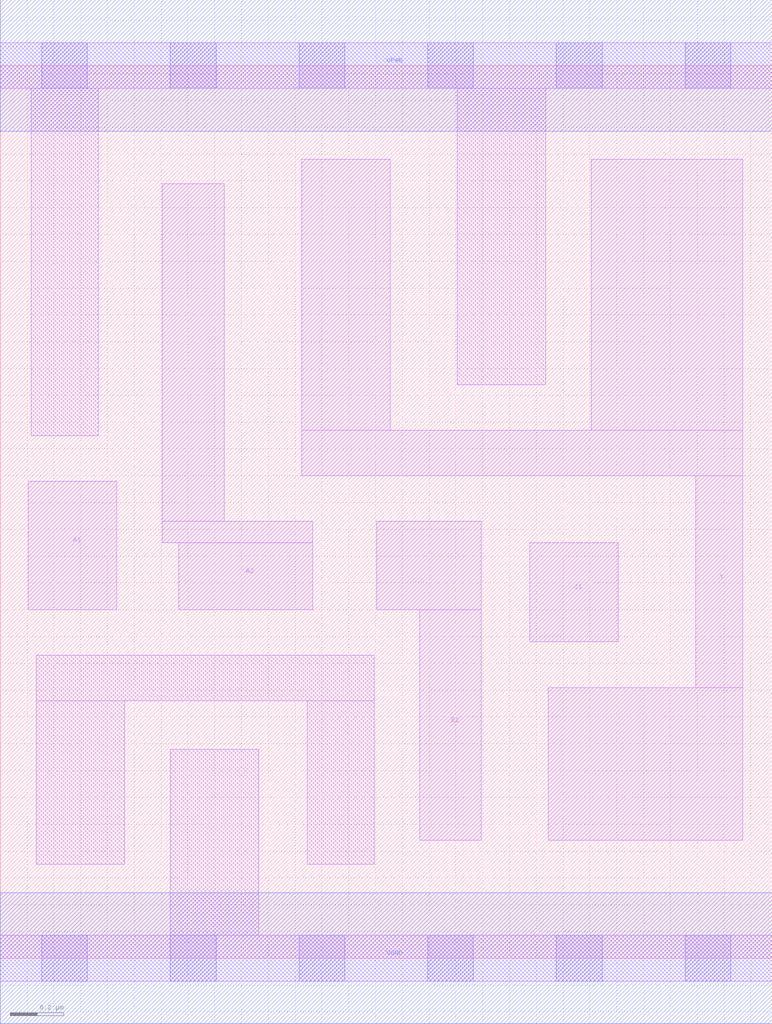
<source format=lef>
# Copyright 2020 The SkyWater PDK Authors
#
# Licensed under the Apache License, Version 2.0 (the "License");
# you may not use this file except in compliance with the License.
# You may obtain a copy of the License at
#
#     https://www.apache.org/licenses/LICENSE-2.0
#
# Unless required by applicable law or agreed to in writing, software
# distributed under the License is distributed on an "AS IS" BASIS,
# WITHOUT WARRANTIES OR CONDITIONS OF ANY KIND, either express or implied.
# See the License for the specific language governing permissions and
# limitations under the License.
#
# SPDX-License-Identifier: Apache-2.0

VERSION 5.7 ;
  NAMESCASESENSITIVE ON ;
  NOWIREEXTENSIONATPIN ON ;
  DIVIDERCHAR "/" ;
  BUSBITCHARS "[]" ;
UNITS
  DATABASE MICRONS 200 ;
END UNITS
MACRO sky130_fd_sc_ls__o211ai_1
  CLASS CORE ;
  SOURCE USER ;
  FOREIGN sky130_fd_sc_ls__o211ai_1 ;
  ORIGIN  0.000000  0.000000 ;
  SIZE  2.880000 BY  3.330000 ;
  SYMMETRY X Y ;
  SITE unit ;
  PIN A1
    ANTENNAGATEAREA  0.279000 ;
    DIRECTION INPUT ;
    USE SIGNAL ;
    PORT
      LAYER li1 ;
        RECT 0.105000 1.300000 0.435000 1.780000 ;
    END
  END A1
  PIN A2
    ANTENNAGATEAREA  0.279000 ;
    DIRECTION INPUT ;
    USE SIGNAL ;
    PORT
      LAYER li1 ;
        RECT 0.605000 1.550000 1.165000 1.630000 ;
        RECT 0.605000 1.630000 0.835000 2.890000 ;
        RECT 0.665000 1.300000 1.165000 1.550000 ;
    END
  END A2
  PIN B1
    ANTENNAGATEAREA  0.279000 ;
    DIRECTION INPUT ;
    USE SIGNAL ;
    PORT
      LAYER li1 ;
        RECT 1.405000 1.300000 1.795000 1.630000 ;
        RECT 1.565000 0.440000 1.795000 1.300000 ;
    END
  END B1
  PIN C1
    ANTENNAGATEAREA  0.279000 ;
    DIRECTION INPUT ;
    USE SIGNAL ;
    PORT
      LAYER li1 ;
        RECT 1.975000 1.180000 2.305000 1.550000 ;
    END
  END C1
  PIN Y
    ANTENNADIFFAREA  1.427600 ;
    DIRECTION OUTPUT ;
    USE SIGNAL ;
    PORT
      LAYER li1 ;
        RECT 1.125000 1.800000 2.770000 1.970000 ;
        RECT 1.125000 1.970000 1.455000 2.980000 ;
        RECT 2.045000 0.440000 2.770000 1.010000 ;
        RECT 2.205000 1.970000 2.770000 2.980000 ;
        RECT 2.595000 1.010000 2.770000 1.800000 ;
    END
  END Y
  PIN VGND
    DIRECTION INOUT ;
    SHAPE ABUTMENT ;
    USE GROUND ;
    PORT
      LAYER met1 ;
        RECT 0.000000 -0.245000 2.880000 0.245000 ;
    END
  END VGND
  PIN VPWR
    DIRECTION INOUT ;
    SHAPE ABUTMENT ;
    USE POWER ;
    PORT
      LAYER met1 ;
        RECT 0.000000 3.085000 2.880000 3.575000 ;
    END
  END VPWR
  OBS
    LAYER li1 ;
      RECT 0.000000 -0.085000 2.880000 0.085000 ;
      RECT 0.000000  3.245000 2.880000 3.415000 ;
      RECT 0.115000  1.950000 0.365000 3.245000 ;
      RECT 0.135000  0.350000 0.465000 0.960000 ;
      RECT 0.135000  0.960000 1.395000 1.130000 ;
      RECT 0.635000  0.085000 0.965000 0.780000 ;
      RECT 1.145000  0.350000 1.395000 0.960000 ;
      RECT 1.705000  2.140000 2.035000 3.245000 ;
    LAYER mcon ;
      RECT 0.155000 -0.085000 0.325000 0.085000 ;
      RECT 0.155000  3.245000 0.325000 3.415000 ;
      RECT 0.635000 -0.085000 0.805000 0.085000 ;
      RECT 0.635000  3.245000 0.805000 3.415000 ;
      RECT 1.115000 -0.085000 1.285000 0.085000 ;
      RECT 1.115000  3.245000 1.285000 3.415000 ;
      RECT 1.595000 -0.085000 1.765000 0.085000 ;
      RECT 1.595000  3.245000 1.765000 3.415000 ;
      RECT 2.075000 -0.085000 2.245000 0.085000 ;
      RECT 2.075000  3.245000 2.245000 3.415000 ;
      RECT 2.555000 -0.085000 2.725000 0.085000 ;
      RECT 2.555000  3.245000 2.725000 3.415000 ;
  END
END sky130_fd_sc_ls__o211ai_1
END LIBRARY

</source>
